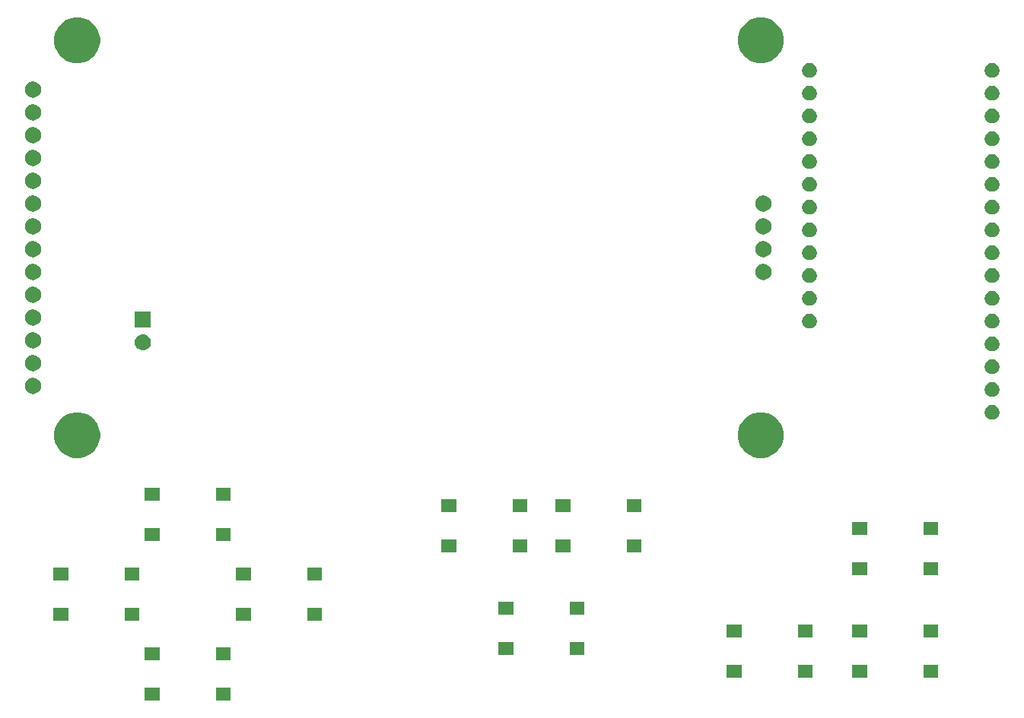
<source format=gbr>
G04 #@! TF.GenerationSoftware,KiCad,Pcbnew,(5.1.0)-1*
G04 #@! TF.CreationDate,2019-05-06T19:17:54+02:00*
G04 #@! TF.ProjectId,NesEMU,4e657345-4d55-42e6-9b69-6361645f7063,rev?*
G04 #@! TF.SameCoordinates,Original*
G04 #@! TF.FileFunction,Soldermask,Top*
G04 #@! TF.FilePolarity,Negative*
%FSLAX46Y46*%
G04 Gerber Fmt 4.6, Leading zero omitted, Abs format (unit mm)*
G04 Created by KiCad (PCBNEW (5.1.0)-1) date 2019-05-06 19:17:54*
%MOMM*%
%LPD*%
G04 APERTURE LIST*
%ADD10C,0.100000*%
G04 APERTURE END LIST*
D10*
G36*
X101321000Y-137571000D02*
G01*
X99669000Y-137571000D01*
X99669000Y-136169000D01*
X101321000Y-136169000D01*
X101321000Y-137571000D01*
X101321000Y-137571000D01*
G37*
G36*
X93371000Y-137571000D02*
G01*
X91719000Y-137571000D01*
X91719000Y-136169000D01*
X93371000Y-136169000D01*
X93371000Y-137571000D01*
X93371000Y-137571000D01*
G37*
G36*
X180061000Y-135031000D02*
G01*
X178409000Y-135031000D01*
X178409000Y-133629000D01*
X180061000Y-133629000D01*
X180061000Y-135031000D01*
X180061000Y-135031000D01*
G37*
G36*
X158141000Y-135031000D02*
G01*
X156489000Y-135031000D01*
X156489000Y-133629000D01*
X158141000Y-133629000D01*
X158141000Y-135031000D01*
X158141000Y-135031000D01*
G37*
G36*
X166091000Y-135031000D02*
G01*
X164439000Y-135031000D01*
X164439000Y-133629000D01*
X166091000Y-133629000D01*
X166091000Y-135031000D01*
X166091000Y-135031000D01*
G37*
G36*
X172111000Y-135031000D02*
G01*
X170459000Y-135031000D01*
X170459000Y-133629000D01*
X172111000Y-133629000D01*
X172111000Y-135031000D01*
X172111000Y-135031000D01*
G37*
G36*
X93371000Y-133071000D02*
G01*
X91719000Y-133071000D01*
X91719000Y-131669000D01*
X93371000Y-131669000D01*
X93371000Y-133071000D01*
X93371000Y-133071000D01*
G37*
G36*
X101321000Y-133071000D02*
G01*
X99669000Y-133071000D01*
X99669000Y-131669000D01*
X101321000Y-131669000D01*
X101321000Y-133071000D01*
X101321000Y-133071000D01*
G37*
G36*
X140691000Y-132491000D02*
G01*
X139039000Y-132491000D01*
X139039000Y-131089000D01*
X140691000Y-131089000D01*
X140691000Y-132491000D01*
X140691000Y-132491000D01*
G37*
G36*
X132741000Y-132491000D02*
G01*
X131089000Y-132491000D01*
X131089000Y-131089000D01*
X132741000Y-131089000D01*
X132741000Y-132491000D01*
X132741000Y-132491000D01*
G37*
G36*
X166091000Y-130531000D02*
G01*
X164439000Y-130531000D01*
X164439000Y-129129000D01*
X166091000Y-129129000D01*
X166091000Y-130531000D01*
X166091000Y-130531000D01*
G37*
G36*
X180061000Y-130531000D02*
G01*
X178409000Y-130531000D01*
X178409000Y-129129000D01*
X180061000Y-129129000D01*
X180061000Y-130531000D01*
X180061000Y-130531000D01*
G37*
G36*
X172111000Y-130531000D02*
G01*
X170459000Y-130531000D01*
X170459000Y-129129000D01*
X172111000Y-129129000D01*
X172111000Y-130531000D01*
X172111000Y-130531000D01*
G37*
G36*
X158141000Y-130531000D02*
G01*
X156489000Y-130531000D01*
X156489000Y-129129000D01*
X158141000Y-129129000D01*
X158141000Y-130531000D01*
X158141000Y-130531000D01*
G37*
G36*
X91161000Y-128681000D02*
G01*
X89509000Y-128681000D01*
X89509000Y-127279000D01*
X91161000Y-127279000D01*
X91161000Y-128681000D01*
X91161000Y-128681000D01*
G37*
G36*
X103531000Y-128681000D02*
G01*
X101879000Y-128681000D01*
X101879000Y-127279000D01*
X103531000Y-127279000D01*
X103531000Y-128681000D01*
X103531000Y-128681000D01*
G37*
G36*
X111481000Y-128681000D02*
G01*
X109829000Y-128681000D01*
X109829000Y-127279000D01*
X111481000Y-127279000D01*
X111481000Y-128681000D01*
X111481000Y-128681000D01*
G37*
G36*
X83211000Y-128681000D02*
G01*
X81559000Y-128681000D01*
X81559000Y-127279000D01*
X83211000Y-127279000D01*
X83211000Y-128681000D01*
X83211000Y-128681000D01*
G37*
G36*
X140691000Y-127991000D02*
G01*
X139039000Y-127991000D01*
X139039000Y-126589000D01*
X140691000Y-126589000D01*
X140691000Y-127991000D01*
X140691000Y-127991000D01*
G37*
G36*
X132741000Y-127991000D02*
G01*
X131089000Y-127991000D01*
X131089000Y-126589000D01*
X132741000Y-126589000D01*
X132741000Y-127991000D01*
X132741000Y-127991000D01*
G37*
G36*
X83211000Y-124181000D02*
G01*
X81559000Y-124181000D01*
X81559000Y-122779000D01*
X83211000Y-122779000D01*
X83211000Y-124181000D01*
X83211000Y-124181000D01*
G37*
G36*
X103531000Y-124181000D02*
G01*
X101879000Y-124181000D01*
X101879000Y-122779000D01*
X103531000Y-122779000D01*
X103531000Y-124181000D01*
X103531000Y-124181000D01*
G37*
G36*
X111481000Y-124181000D02*
G01*
X109829000Y-124181000D01*
X109829000Y-122779000D01*
X111481000Y-122779000D01*
X111481000Y-124181000D01*
X111481000Y-124181000D01*
G37*
G36*
X91161000Y-124181000D02*
G01*
X89509000Y-124181000D01*
X89509000Y-122779000D01*
X91161000Y-122779000D01*
X91161000Y-124181000D01*
X91161000Y-124181000D01*
G37*
G36*
X172111000Y-123601000D02*
G01*
X170459000Y-123601000D01*
X170459000Y-122199000D01*
X172111000Y-122199000D01*
X172111000Y-123601000D01*
X172111000Y-123601000D01*
G37*
G36*
X180061000Y-123601000D02*
G01*
X178409000Y-123601000D01*
X178409000Y-122199000D01*
X180061000Y-122199000D01*
X180061000Y-123601000D01*
X180061000Y-123601000D01*
G37*
G36*
X139091000Y-121061000D02*
G01*
X137439000Y-121061000D01*
X137439000Y-119659000D01*
X139091000Y-119659000D01*
X139091000Y-121061000D01*
X139091000Y-121061000D01*
G37*
G36*
X134341000Y-121061000D02*
G01*
X132689000Y-121061000D01*
X132689000Y-119659000D01*
X134341000Y-119659000D01*
X134341000Y-121061000D01*
X134341000Y-121061000D01*
G37*
G36*
X126391000Y-121061000D02*
G01*
X124739000Y-121061000D01*
X124739000Y-119659000D01*
X126391000Y-119659000D01*
X126391000Y-121061000D01*
X126391000Y-121061000D01*
G37*
G36*
X147041000Y-121061000D02*
G01*
X145389000Y-121061000D01*
X145389000Y-119659000D01*
X147041000Y-119659000D01*
X147041000Y-121061000D01*
X147041000Y-121061000D01*
G37*
G36*
X101321000Y-119791000D02*
G01*
X99669000Y-119791000D01*
X99669000Y-118389000D01*
X101321000Y-118389000D01*
X101321000Y-119791000D01*
X101321000Y-119791000D01*
G37*
G36*
X93371000Y-119791000D02*
G01*
X91719000Y-119791000D01*
X91719000Y-118389000D01*
X93371000Y-118389000D01*
X93371000Y-119791000D01*
X93371000Y-119791000D01*
G37*
G36*
X172111000Y-119101000D02*
G01*
X170459000Y-119101000D01*
X170459000Y-117699000D01*
X172111000Y-117699000D01*
X172111000Y-119101000D01*
X172111000Y-119101000D01*
G37*
G36*
X180061000Y-119101000D02*
G01*
X178409000Y-119101000D01*
X178409000Y-117699000D01*
X180061000Y-117699000D01*
X180061000Y-119101000D01*
X180061000Y-119101000D01*
G37*
G36*
X139091000Y-116561000D02*
G01*
X137439000Y-116561000D01*
X137439000Y-115159000D01*
X139091000Y-115159000D01*
X139091000Y-116561000D01*
X139091000Y-116561000D01*
G37*
G36*
X147041000Y-116561000D02*
G01*
X145389000Y-116561000D01*
X145389000Y-115159000D01*
X147041000Y-115159000D01*
X147041000Y-116561000D01*
X147041000Y-116561000D01*
G37*
G36*
X134341000Y-116561000D02*
G01*
X132689000Y-116561000D01*
X132689000Y-115159000D01*
X134341000Y-115159000D01*
X134341000Y-116561000D01*
X134341000Y-116561000D01*
G37*
G36*
X126391000Y-116561000D02*
G01*
X124739000Y-116561000D01*
X124739000Y-115159000D01*
X126391000Y-115159000D01*
X126391000Y-116561000D01*
X126391000Y-116561000D01*
G37*
G36*
X93371000Y-115291000D02*
G01*
X91719000Y-115291000D01*
X91719000Y-113889000D01*
X93371000Y-113889000D01*
X93371000Y-115291000D01*
X93371000Y-115291000D01*
G37*
G36*
X101321000Y-115291000D02*
G01*
X99669000Y-115291000D01*
X99669000Y-113889000D01*
X101321000Y-113889000D01*
X101321000Y-115291000D01*
X101321000Y-115291000D01*
G37*
G36*
X84955099Y-105556634D02*
G01*
X85293355Y-105696744D01*
X85419353Y-105748934D01*
X85837169Y-106028110D01*
X86192492Y-106383433D01*
X86471668Y-106801249D01*
X86471669Y-106801251D01*
X86663968Y-107265503D01*
X86762001Y-107758348D01*
X86762001Y-108260854D01*
X86663968Y-108753699D01*
X86471669Y-109217951D01*
X86471668Y-109217953D01*
X86192492Y-109635769D01*
X85837169Y-109991092D01*
X85419353Y-110270268D01*
X85419352Y-110270269D01*
X85419351Y-110270269D01*
X84955099Y-110462568D01*
X84462254Y-110560601D01*
X83959748Y-110560601D01*
X83466903Y-110462568D01*
X83002651Y-110270269D01*
X83002650Y-110270269D01*
X83002649Y-110270268D01*
X82584833Y-109991092D01*
X82229510Y-109635769D01*
X81950334Y-109217953D01*
X81950333Y-109217951D01*
X81758034Y-108753699D01*
X81660001Y-108260854D01*
X81660001Y-107758348D01*
X81758034Y-107265503D01*
X81950333Y-106801251D01*
X81950334Y-106801249D01*
X82229510Y-106383433D01*
X82584833Y-106028110D01*
X83002649Y-105748934D01*
X83128647Y-105696744D01*
X83466903Y-105556634D01*
X83959748Y-105458601D01*
X84462254Y-105458601D01*
X84955099Y-105556634D01*
X84955099Y-105556634D01*
G37*
G36*
X161035099Y-105556634D02*
G01*
X161373355Y-105696744D01*
X161499353Y-105748934D01*
X161917169Y-106028110D01*
X162272492Y-106383433D01*
X162551668Y-106801249D01*
X162551669Y-106801251D01*
X162743968Y-107265503D01*
X162842001Y-107758348D01*
X162842001Y-108260854D01*
X162743968Y-108753699D01*
X162551669Y-109217951D01*
X162551668Y-109217953D01*
X162272492Y-109635769D01*
X161917169Y-109991092D01*
X161499353Y-110270268D01*
X161499352Y-110270269D01*
X161499351Y-110270269D01*
X161035099Y-110462568D01*
X160542254Y-110560601D01*
X160039748Y-110560601D01*
X159546903Y-110462568D01*
X159082651Y-110270269D01*
X159082650Y-110270269D01*
X159082649Y-110270268D01*
X158664833Y-109991092D01*
X158309510Y-109635769D01*
X158030334Y-109217953D01*
X158030333Y-109217951D01*
X157838034Y-108753699D01*
X157740001Y-108260854D01*
X157740001Y-107758348D01*
X157838034Y-107265503D01*
X158030333Y-106801251D01*
X158030334Y-106801249D01*
X158309510Y-106383433D01*
X158664833Y-106028110D01*
X159082649Y-105748934D01*
X159208647Y-105696744D01*
X159546903Y-105556634D01*
X160039748Y-105458601D01*
X160542254Y-105458601D01*
X161035099Y-105556634D01*
X161035099Y-105556634D01*
G37*
G36*
X186268143Y-104677843D02*
G01*
X186416102Y-104739130D01*
X186549256Y-104828100D01*
X186662502Y-104941346D01*
X186751472Y-105074500D01*
X186812759Y-105222459D01*
X186844001Y-105379526D01*
X186844001Y-105539676D01*
X186812759Y-105696743D01*
X186751472Y-105844702D01*
X186662502Y-105977856D01*
X186549256Y-106091102D01*
X186416102Y-106180072D01*
X186268143Y-106241359D01*
X186111076Y-106272601D01*
X185950926Y-106272601D01*
X185793859Y-106241359D01*
X185645900Y-106180072D01*
X185512746Y-106091102D01*
X185399500Y-105977856D01*
X185310530Y-105844702D01*
X185249243Y-105696743D01*
X185218001Y-105539676D01*
X185218001Y-105379526D01*
X185249243Y-105222459D01*
X185310530Y-105074500D01*
X185399500Y-104941346D01*
X185512746Y-104828100D01*
X185645900Y-104739130D01*
X185793859Y-104677843D01*
X185950926Y-104646601D01*
X186111076Y-104646601D01*
X186268143Y-104677843D01*
X186268143Y-104677843D01*
G37*
G36*
X186268143Y-102137843D02*
G01*
X186416102Y-102199130D01*
X186549256Y-102288100D01*
X186662502Y-102401346D01*
X186751472Y-102534500D01*
X186812759Y-102682459D01*
X186844001Y-102839526D01*
X186844001Y-102999676D01*
X186812759Y-103156743D01*
X186751472Y-103304702D01*
X186662502Y-103437856D01*
X186549256Y-103551102D01*
X186416102Y-103640072D01*
X186268143Y-103701359D01*
X186111076Y-103732601D01*
X185950926Y-103732601D01*
X185793859Y-103701359D01*
X185645900Y-103640072D01*
X185512746Y-103551102D01*
X185399500Y-103437856D01*
X185310530Y-103304702D01*
X185249243Y-103156743D01*
X185218001Y-102999676D01*
X185218001Y-102839526D01*
X185249243Y-102682459D01*
X185310530Y-102534500D01*
X185399500Y-102401346D01*
X185512746Y-102288100D01*
X185645900Y-102199130D01*
X185793859Y-102137843D01*
X185950926Y-102106601D01*
X186111076Y-102106601D01*
X186268143Y-102137843D01*
X186268143Y-102137843D01*
G37*
G36*
X79404513Y-101623528D02*
G01*
X79553813Y-101653225D01*
X79717785Y-101721145D01*
X79865355Y-101819748D01*
X79990854Y-101945247D01*
X80089457Y-102092817D01*
X80157377Y-102256789D01*
X80192001Y-102430860D01*
X80192001Y-102608342D01*
X80157377Y-102782413D01*
X80089457Y-102946385D01*
X79990854Y-103093955D01*
X79865355Y-103219454D01*
X79717785Y-103318057D01*
X79553813Y-103385977D01*
X79404513Y-103415674D01*
X79379743Y-103420601D01*
X79202259Y-103420601D01*
X79177489Y-103415674D01*
X79028189Y-103385977D01*
X78864217Y-103318057D01*
X78716647Y-103219454D01*
X78591148Y-103093955D01*
X78492545Y-102946385D01*
X78424625Y-102782413D01*
X78390001Y-102608342D01*
X78390001Y-102430860D01*
X78424625Y-102256789D01*
X78492545Y-102092817D01*
X78591148Y-101945247D01*
X78716647Y-101819748D01*
X78864217Y-101721145D01*
X79028189Y-101653225D01*
X79177489Y-101623528D01*
X79202259Y-101618601D01*
X79379743Y-101618601D01*
X79404513Y-101623528D01*
X79404513Y-101623528D01*
G37*
G36*
X186268143Y-99597843D02*
G01*
X186416102Y-99659130D01*
X186549256Y-99748100D01*
X186662502Y-99861346D01*
X186751472Y-99994500D01*
X186812759Y-100142459D01*
X186844001Y-100299526D01*
X186844001Y-100459676D01*
X186812759Y-100616743D01*
X186751472Y-100764702D01*
X186662502Y-100897856D01*
X186549256Y-101011102D01*
X186416102Y-101100072D01*
X186268143Y-101161359D01*
X186111076Y-101192601D01*
X185950926Y-101192601D01*
X185793859Y-101161359D01*
X185645900Y-101100072D01*
X185512746Y-101011102D01*
X185399500Y-100897856D01*
X185310530Y-100764702D01*
X185249243Y-100616743D01*
X185218001Y-100459676D01*
X185218001Y-100299526D01*
X185249243Y-100142459D01*
X185310530Y-99994500D01*
X185399500Y-99861346D01*
X185512746Y-99748100D01*
X185645900Y-99659130D01*
X185793859Y-99597843D01*
X185950926Y-99566601D01*
X186111076Y-99566601D01*
X186268143Y-99597843D01*
X186268143Y-99597843D01*
G37*
G36*
X79404513Y-99083528D02*
G01*
X79553813Y-99113225D01*
X79717785Y-99181145D01*
X79865355Y-99279748D01*
X79990854Y-99405247D01*
X80089457Y-99552817D01*
X80157377Y-99716789D01*
X80192001Y-99890860D01*
X80192001Y-100068342D01*
X80157377Y-100242413D01*
X80089457Y-100406385D01*
X79990854Y-100553955D01*
X79865355Y-100679454D01*
X79717785Y-100778057D01*
X79553813Y-100845977D01*
X79404513Y-100875674D01*
X79379743Y-100880601D01*
X79202259Y-100880601D01*
X79177489Y-100875674D01*
X79028189Y-100845977D01*
X78864217Y-100778057D01*
X78716647Y-100679454D01*
X78591148Y-100553955D01*
X78492545Y-100406385D01*
X78424625Y-100242413D01*
X78390001Y-100068342D01*
X78390001Y-99890860D01*
X78424625Y-99716789D01*
X78492545Y-99552817D01*
X78591148Y-99405247D01*
X78716647Y-99279748D01*
X78864217Y-99181145D01*
X79028189Y-99113225D01*
X79177489Y-99083528D01*
X79202259Y-99078601D01*
X79379743Y-99078601D01*
X79404513Y-99083528D01*
X79404513Y-99083528D01*
G37*
G36*
X186268143Y-97057843D02*
G01*
X186416102Y-97119130D01*
X186549256Y-97208100D01*
X186662502Y-97321346D01*
X186751472Y-97454500D01*
X186812759Y-97602459D01*
X186844001Y-97759526D01*
X186844001Y-97919676D01*
X186812759Y-98076743D01*
X186751472Y-98224702D01*
X186662502Y-98357856D01*
X186549256Y-98471102D01*
X186416102Y-98560072D01*
X186268143Y-98621359D01*
X186111076Y-98652601D01*
X185950926Y-98652601D01*
X185793859Y-98621359D01*
X185645900Y-98560072D01*
X185512746Y-98471102D01*
X185399500Y-98357856D01*
X185310530Y-98224702D01*
X185249243Y-98076743D01*
X185218001Y-97919676D01*
X185218001Y-97759526D01*
X185249243Y-97602459D01*
X185310530Y-97454500D01*
X185399500Y-97321346D01*
X185512746Y-97208100D01*
X185645900Y-97119130D01*
X185793859Y-97057843D01*
X185950926Y-97026601D01*
X186111076Y-97026601D01*
X186268143Y-97057843D01*
X186268143Y-97057843D01*
G37*
G36*
X91626642Y-96768518D02*
G01*
X91692827Y-96775037D01*
X91862666Y-96826557D01*
X92019191Y-96910222D01*
X92054929Y-96939552D01*
X92156386Y-97022814D01*
X92235429Y-97119130D01*
X92268978Y-97160009D01*
X92352643Y-97316534D01*
X92404163Y-97486373D01*
X92421559Y-97663000D01*
X92404163Y-97839627D01*
X92352643Y-98009466D01*
X92268978Y-98165991D01*
X92239648Y-98201729D01*
X92156386Y-98303186D01*
X92054929Y-98386448D01*
X92019191Y-98415778D01*
X91862666Y-98499443D01*
X91692827Y-98550963D01*
X91626642Y-98557482D01*
X91560460Y-98564000D01*
X91471940Y-98564000D01*
X91405758Y-98557482D01*
X91339573Y-98550963D01*
X91169734Y-98499443D01*
X91013209Y-98415778D01*
X90977471Y-98386448D01*
X90876014Y-98303186D01*
X90792752Y-98201729D01*
X90763422Y-98165991D01*
X90679757Y-98009466D01*
X90628237Y-97839627D01*
X90610841Y-97663000D01*
X90628237Y-97486373D01*
X90679757Y-97316534D01*
X90763422Y-97160009D01*
X90796971Y-97119130D01*
X90876014Y-97022814D01*
X90977471Y-96939552D01*
X91013209Y-96910222D01*
X91169734Y-96826557D01*
X91339573Y-96775037D01*
X91405758Y-96768518D01*
X91471940Y-96762000D01*
X91560460Y-96762000D01*
X91626642Y-96768518D01*
X91626642Y-96768518D01*
G37*
G36*
X79404513Y-96543528D02*
G01*
X79553813Y-96573225D01*
X79717785Y-96641145D01*
X79865355Y-96739748D01*
X79990854Y-96865247D01*
X80089457Y-97012817D01*
X80157377Y-97176789D01*
X80192001Y-97350860D01*
X80192001Y-97528342D01*
X80157377Y-97702413D01*
X80089457Y-97866385D01*
X79990854Y-98013955D01*
X79865355Y-98139454D01*
X79717785Y-98238057D01*
X79553813Y-98305977D01*
X79404513Y-98335674D01*
X79379743Y-98340601D01*
X79202259Y-98340601D01*
X79177489Y-98335674D01*
X79028189Y-98305977D01*
X78864217Y-98238057D01*
X78716647Y-98139454D01*
X78591148Y-98013955D01*
X78492545Y-97866385D01*
X78424625Y-97702413D01*
X78390001Y-97528342D01*
X78390001Y-97350860D01*
X78424625Y-97176789D01*
X78492545Y-97012817D01*
X78591148Y-96865247D01*
X78716647Y-96739748D01*
X78864217Y-96641145D01*
X79028189Y-96573225D01*
X79177489Y-96543528D01*
X79202259Y-96538601D01*
X79379743Y-96538601D01*
X79404513Y-96543528D01*
X79404513Y-96543528D01*
G37*
G36*
X186268143Y-94517843D02*
G01*
X186416102Y-94579130D01*
X186549256Y-94668100D01*
X186662502Y-94781346D01*
X186751472Y-94914500D01*
X186812759Y-95062459D01*
X186844001Y-95219526D01*
X186844001Y-95379676D01*
X186812759Y-95536743D01*
X186751472Y-95684702D01*
X186662502Y-95817856D01*
X186549256Y-95931102D01*
X186416102Y-96020072D01*
X186268143Y-96081359D01*
X186111076Y-96112601D01*
X185950926Y-96112601D01*
X185793859Y-96081359D01*
X185645900Y-96020072D01*
X185512746Y-95931102D01*
X185399500Y-95817856D01*
X185310530Y-95684702D01*
X185249243Y-95536743D01*
X185218001Y-95379676D01*
X185218001Y-95219526D01*
X185249243Y-95062459D01*
X185310530Y-94914500D01*
X185399500Y-94781346D01*
X185512746Y-94668100D01*
X185645900Y-94579130D01*
X185793859Y-94517843D01*
X185950926Y-94486601D01*
X186111076Y-94486601D01*
X186268143Y-94517843D01*
X186268143Y-94517843D01*
G37*
G36*
X165948143Y-94517843D02*
G01*
X166096102Y-94579130D01*
X166229256Y-94668100D01*
X166342502Y-94781346D01*
X166431472Y-94914500D01*
X166492759Y-95062459D01*
X166524001Y-95219526D01*
X166524001Y-95379676D01*
X166492759Y-95536743D01*
X166431472Y-95684702D01*
X166342502Y-95817856D01*
X166229256Y-95931102D01*
X166096102Y-96020072D01*
X165948143Y-96081359D01*
X165791076Y-96112601D01*
X165630926Y-96112601D01*
X165473859Y-96081359D01*
X165325900Y-96020072D01*
X165192746Y-95931102D01*
X165079500Y-95817856D01*
X164990530Y-95684702D01*
X164929243Y-95536743D01*
X164898001Y-95379676D01*
X164898001Y-95219526D01*
X164929243Y-95062459D01*
X164990530Y-94914500D01*
X165079500Y-94781346D01*
X165192746Y-94668100D01*
X165325900Y-94579130D01*
X165473859Y-94517843D01*
X165630926Y-94486601D01*
X165791076Y-94486601D01*
X165948143Y-94517843D01*
X165948143Y-94517843D01*
G37*
G36*
X92417200Y-96024000D02*
G01*
X90615200Y-96024000D01*
X90615200Y-94222000D01*
X92417200Y-94222000D01*
X92417200Y-96024000D01*
X92417200Y-96024000D01*
G37*
G36*
X79404513Y-94003528D02*
G01*
X79553813Y-94033225D01*
X79717785Y-94101145D01*
X79865355Y-94199748D01*
X79990854Y-94325247D01*
X80089457Y-94472817D01*
X80157377Y-94636789D01*
X80192001Y-94810860D01*
X80192001Y-94988342D01*
X80157377Y-95162413D01*
X80089457Y-95326385D01*
X79990854Y-95473955D01*
X79865355Y-95599454D01*
X79717785Y-95698057D01*
X79553813Y-95765977D01*
X79404513Y-95795674D01*
X79379743Y-95800601D01*
X79202259Y-95800601D01*
X79177489Y-95795674D01*
X79028189Y-95765977D01*
X78864217Y-95698057D01*
X78716647Y-95599454D01*
X78591148Y-95473955D01*
X78492545Y-95326385D01*
X78424625Y-95162413D01*
X78390001Y-94988342D01*
X78390001Y-94810860D01*
X78424625Y-94636789D01*
X78492545Y-94472817D01*
X78591148Y-94325247D01*
X78716647Y-94199748D01*
X78864217Y-94101145D01*
X79028189Y-94033225D01*
X79177489Y-94003528D01*
X79202259Y-93998601D01*
X79379743Y-93998601D01*
X79404513Y-94003528D01*
X79404513Y-94003528D01*
G37*
G36*
X165948143Y-91977843D02*
G01*
X166096102Y-92039130D01*
X166229256Y-92128100D01*
X166342502Y-92241346D01*
X166431472Y-92374500D01*
X166492759Y-92522459D01*
X166524001Y-92679526D01*
X166524001Y-92839676D01*
X166492759Y-92996743D01*
X166431472Y-93144702D01*
X166342502Y-93277856D01*
X166229256Y-93391102D01*
X166096102Y-93480072D01*
X165948143Y-93541359D01*
X165791076Y-93572601D01*
X165630926Y-93572601D01*
X165473859Y-93541359D01*
X165325900Y-93480072D01*
X165192746Y-93391102D01*
X165079500Y-93277856D01*
X164990530Y-93144702D01*
X164929243Y-92996743D01*
X164898001Y-92839676D01*
X164898001Y-92679526D01*
X164929243Y-92522459D01*
X164990530Y-92374500D01*
X165079500Y-92241346D01*
X165192746Y-92128100D01*
X165325900Y-92039130D01*
X165473859Y-91977843D01*
X165630926Y-91946601D01*
X165791076Y-91946601D01*
X165948143Y-91977843D01*
X165948143Y-91977843D01*
G37*
G36*
X186268143Y-91977843D02*
G01*
X186416102Y-92039130D01*
X186549256Y-92128100D01*
X186662502Y-92241346D01*
X186751472Y-92374500D01*
X186812759Y-92522459D01*
X186844001Y-92679526D01*
X186844001Y-92839676D01*
X186812759Y-92996743D01*
X186751472Y-93144702D01*
X186662502Y-93277856D01*
X186549256Y-93391102D01*
X186416102Y-93480072D01*
X186268143Y-93541359D01*
X186111076Y-93572601D01*
X185950926Y-93572601D01*
X185793859Y-93541359D01*
X185645900Y-93480072D01*
X185512746Y-93391102D01*
X185399500Y-93277856D01*
X185310530Y-93144702D01*
X185249243Y-92996743D01*
X185218001Y-92839676D01*
X185218001Y-92679526D01*
X185249243Y-92522459D01*
X185310530Y-92374500D01*
X185399500Y-92241346D01*
X185512746Y-92128100D01*
X185645900Y-92039130D01*
X185793859Y-91977843D01*
X185950926Y-91946601D01*
X186111076Y-91946601D01*
X186268143Y-91977843D01*
X186268143Y-91977843D01*
G37*
G36*
X79404513Y-91463528D02*
G01*
X79553813Y-91493225D01*
X79717785Y-91561145D01*
X79865355Y-91659748D01*
X79990854Y-91785247D01*
X80089457Y-91932817D01*
X80157377Y-92096789D01*
X80192001Y-92270860D01*
X80192001Y-92448342D01*
X80157377Y-92622413D01*
X80089457Y-92786385D01*
X79990854Y-92933955D01*
X79865355Y-93059454D01*
X79717785Y-93158057D01*
X79553813Y-93225977D01*
X79404513Y-93255674D01*
X79379743Y-93260601D01*
X79202259Y-93260601D01*
X79177489Y-93255674D01*
X79028189Y-93225977D01*
X78864217Y-93158057D01*
X78716647Y-93059454D01*
X78591148Y-92933955D01*
X78492545Y-92786385D01*
X78424625Y-92622413D01*
X78390001Y-92448342D01*
X78390001Y-92270860D01*
X78424625Y-92096789D01*
X78492545Y-91932817D01*
X78591148Y-91785247D01*
X78716647Y-91659748D01*
X78864217Y-91561145D01*
X79028189Y-91493225D01*
X79177489Y-91463528D01*
X79202259Y-91458601D01*
X79379743Y-91458601D01*
X79404513Y-91463528D01*
X79404513Y-91463528D01*
G37*
G36*
X165948143Y-89437843D02*
G01*
X166096102Y-89499130D01*
X166229256Y-89588100D01*
X166342502Y-89701346D01*
X166431472Y-89834500D01*
X166492759Y-89982459D01*
X166524001Y-90139526D01*
X166524001Y-90299676D01*
X166492759Y-90456743D01*
X166431472Y-90604702D01*
X166342502Y-90737856D01*
X166229256Y-90851102D01*
X166096102Y-90940072D01*
X165948143Y-91001359D01*
X165791076Y-91032601D01*
X165630926Y-91032601D01*
X165473859Y-91001359D01*
X165325900Y-90940072D01*
X165192746Y-90851102D01*
X165079500Y-90737856D01*
X164990530Y-90604702D01*
X164929243Y-90456743D01*
X164898001Y-90299676D01*
X164898001Y-90139526D01*
X164929243Y-89982459D01*
X164990530Y-89834500D01*
X165079500Y-89701346D01*
X165192746Y-89588100D01*
X165325900Y-89499130D01*
X165473859Y-89437843D01*
X165630926Y-89406601D01*
X165791076Y-89406601D01*
X165948143Y-89437843D01*
X165948143Y-89437843D01*
G37*
G36*
X186268143Y-89437843D02*
G01*
X186416102Y-89499130D01*
X186549256Y-89588100D01*
X186662502Y-89701346D01*
X186751472Y-89834500D01*
X186812759Y-89982459D01*
X186844001Y-90139526D01*
X186844001Y-90299676D01*
X186812759Y-90456743D01*
X186751472Y-90604702D01*
X186662502Y-90737856D01*
X186549256Y-90851102D01*
X186416102Y-90940072D01*
X186268143Y-91001359D01*
X186111076Y-91032601D01*
X185950926Y-91032601D01*
X185793859Y-91001359D01*
X185645900Y-90940072D01*
X185512746Y-90851102D01*
X185399500Y-90737856D01*
X185310530Y-90604702D01*
X185249243Y-90456743D01*
X185218001Y-90299676D01*
X185218001Y-90139526D01*
X185249243Y-89982459D01*
X185310530Y-89834500D01*
X185399500Y-89701346D01*
X185512746Y-89588100D01*
X185645900Y-89499130D01*
X185793859Y-89437843D01*
X185950926Y-89406601D01*
X186111076Y-89406601D01*
X186268143Y-89437843D01*
X186268143Y-89437843D01*
G37*
G36*
X160684513Y-88923528D02*
G01*
X160833813Y-88953225D01*
X160997785Y-89021145D01*
X161145355Y-89119748D01*
X161270854Y-89245247D01*
X161369457Y-89392817D01*
X161437377Y-89556789D01*
X161472001Y-89730860D01*
X161472001Y-89908342D01*
X161437377Y-90082413D01*
X161369457Y-90246385D01*
X161270854Y-90393955D01*
X161145355Y-90519454D01*
X160997785Y-90618057D01*
X160833813Y-90685977D01*
X160684513Y-90715674D01*
X160659743Y-90720601D01*
X160482259Y-90720601D01*
X160457489Y-90715674D01*
X160308189Y-90685977D01*
X160144217Y-90618057D01*
X159996647Y-90519454D01*
X159871148Y-90393955D01*
X159772545Y-90246385D01*
X159704625Y-90082413D01*
X159670001Y-89908342D01*
X159670001Y-89730860D01*
X159704625Y-89556789D01*
X159772545Y-89392817D01*
X159871148Y-89245247D01*
X159996647Y-89119748D01*
X160144217Y-89021145D01*
X160308189Y-88953225D01*
X160457489Y-88923528D01*
X160482259Y-88918601D01*
X160659743Y-88918601D01*
X160684513Y-88923528D01*
X160684513Y-88923528D01*
G37*
G36*
X79404513Y-88923528D02*
G01*
X79553813Y-88953225D01*
X79717785Y-89021145D01*
X79865355Y-89119748D01*
X79990854Y-89245247D01*
X80089457Y-89392817D01*
X80157377Y-89556789D01*
X80192001Y-89730860D01*
X80192001Y-89908342D01*
X80157377Y-90082413D01*
X80089457Y-90246385D01*
X79990854Y-90393955D01*
X79865355Y-90519454D01*
X79717785Y-90618057D01*
X79553813Y-90685977D01*
X79404513Y-90715674D01*
X79379743Y-90720601D01*
X79202259Y-90720601D01*
X79177489Y-90715674D01*
X79028189Y-90685977D01*
X78864217Y-90618057D01*
X78716647Y-90519454D01*
X78591148Y-90393955D01*
X78492545Y-90246385D01*
X78424625Y-90082413D01*
X78390001Y-89908342D01*
X78390001Y-89730860D01*
X78424625Y-89556789D01*
X78492545Y-89392817D01*
X78591148Y-89245247D01*
X78716647Y-89119748D01*
X78864217Y-89021145D01*
X79028189Y-88953225D01*
X79177489Y-88923528D01*
X79202259Y-88918601D01*
X79379743Y-88918601D01*
X79404513Y-88923528D01*
X79404513Y-88923528D01*
G37*
G36*
X186268143Y-86897843D02*
G01*
X186416102Y-86959130D01*
X186549256Y-87048100D01*
X186662502Y-87161346D01*
X186751472Y-87294500D01*
X186812759Y-87442459D01*
X186844001Y-87599526D01*
X186844001Y-87759676D01*
X186812759Y-87916743D01*
X186751472Y-88064702D01*
X186662502Y-88197856D01*
X186549256Y-88311102D01*
X186416102Y-88400072D01*
X186268143Y-88461359D01*
X186111076Y-88492601D01*
X185950926Y-88492601D01*
X185793859Y-88461359D01*
X185645900Y-88400072D01*
X185512746Y-88311102D01*
X185399500Y-88197856D01*
X185310530Y-88064702D01*
X185249243Y-87916743D01*
X185218001Y-87759676D01*
X185218001Y-87599526D01*
X185249243Y-87442459D01*
X185310530Y-87294500D01*
X185399500Y-87161346D01*
X185512746Y-87048100D01*
X185645900Y-86959130D01*
X185793859Y-86897843D01*
X185950926Y-86866601D01*
X186111076Y-86866601D01*
X186268143Y-86897843D01*
X186268143Y-86897843D01*
G37*
G36*
X165948143Y-86897843D02*
G01*
X166096102Y-86959130D01*
X166229256Y-87048100D01*
X166342502Y-87161346D01*
X166431472Y-87294500D01*
X166492759Y-87442459D01*
X166524001Y-87599526D01*
X166524001Y-87759676D01*
X166492759Y-87916743D01*
X166431472Y-88064702D01*
X166342502Y-88197856D01*
X166229256Y-88311102D01*
X166096102Y-88400072D01*
X165948143Y-88461359D01*
X165791076Y-88492601D01*
X165630926Y-88492601D01*
X165473859Y-88461359D01*
X165325900Y-88400072D01*
X165192746Y-88311102D01*
X165079500Y-88197856D01*
X164990530Y-88064702D01*
X164929243Y-87916743D01*
X164898001Y-87759676D01*
X164898001Y-87599526D01*
X164929243Y-87442459D01*
X164990530Y-87294500D01*
X165079500Y-87161346D01*
X165192746Y-87048100D01*
X165325900Y-86959130D01*
X165473859Y-86897843D01*
X165630926Y-86866601D01*
X165791076Y-86866601D01*
X165948143Y-86897843D01*
X165948143Y-86897843D01*
G37*
G36*
X160684513Y-86383528D02*
G01*
X160833813Y-86413225D01*
X160997785Y-86481145D01*
X161145355Y-86579748D01*
X161270854Y-86705247D01*
X161369457Y-86852817D01*
X161437377Y-87016789D01*
X161472001Y-87190860D01*
X161472001Y-87368342D01*
X161437377Y-87542413D01*
X161369457Y-87706385D01*
X161270854Y-87853955D01*
X161145355Y-87979454D01*
X160997785Y-88078057D01*
X160833813Y-88145977D01*
X160684513Y-88175674D01*
X160659743Y-88180601D01*
X160482259Y-88180601D01*
X160457489Y-88175674D01*
X160308189Y-88145977D01*
X160144217Y-88078057D01*
X159996647Y-87979454D01*
X159871148Y-87853955D01*
X159772545Y-87706385D01*
X159704625Y-87542413D01*
X159670001Y-87368342D01*
X159670001Y-87190860D01*
X159704625Y-87016789D01*
X159772545Y-86852817D01*
X159871148Y-86705247D01*
X159996647Y-86579748D01*
X160144217Y-86481145D01*
X160308189Y-86413225D01*
X160457489Y-86383528D01*
X160482259Y-86378601D01*
X160659743Y-86378601D01*
X160684513Y-86383528D01*
X160684513Y-86383528D01*
G37*
G36*
X79404513Y-86383528D02*
G01*
X79553813Y-86413225D01*
X79717785Y-86481145D01*
X79865355Y-86579748D01*
X79990854Y-86705247D01*
X80089457Y-86852817D01*
X80157377Y-87016789D01*
X80192001Y-87190860D01*
X80192001Y-87368342D01*
X80157377Y-87542413D01*
X80089457Y-87706385D01*
X79990854Y-87853955D01*
X79865355Y-87979454D01*
X79717785Y-88078057D01*
X79553813Y-88145977D01*
X79404513Y-88175674D01*
X79379743Y-88180601D01*
X79202259Y-88180601D01*
X79177489Y-88175674D01*
X79028189Y-88145977D01*
X78864217Y-88078057D01*
X78716647Y-87979454D01*
X78591148Y-87853955D01*
X78492545Y-87706385D01*
X78424625Y-87542413D01*
X78390001Y-87368342D01*
X78390001Y-87190860D01*
X78424625Y-87016789D01*
X78492545Y-86852817D01*
X78591148Y-86705247D01*
X78716647Y-86579748D01*
X78864217Y-86481145D01*
X79028189Y-86413225D01*
X79177489Y-86383528D01*
X79202259Y-86378601D01*
X79379743Y-86378601D01*
X79404513Y-86383528D01*
X79404513Y-86383528D01*
G37*
G36*
X186268143Y-84357843D02*
G01*
X186416102Y-84419130D01*
X186549256Y-84508100D01*
X186662502Y-84621346D01*
X186751472Y-84754500D01*
X186812759Y-84902459D01*
X186844001Y-85059526D01*
X186844001Y-85219676D01*
X186812759Y-85376743D01*
X186751472Y-85524702D01*
X186662502Y-85657856D01*
X186549256Y-85771102D01*
X186416102Y-85860072D01*
X186268143Y-85921359D01*
X186111076Y-85952601D01*
X185950926Y-85952601D01*
X185793859Y-85921359D01*
X185645900Y-85860072D01*
X185512746Y-85771102D01*
X185399500Y-85657856D01*
X185310530Y-85524702D01*
X185249243Y-85376743D01*
X185218001Y-85219676D01*
X185218001Y-85059526D01*
X185249243Y-84902459D01*
X185310530Y-84754500D01*
X185399500Y-84621346D01*
X185512746Y-84508100D01*
X185645900Y-84419130D01*
X185793859Y-84357843D01*
X185950926Y-84326601D01*
X186111076Y-84326601D01*
X186268143Y-84357843D01*
X186268143Y-84357843D01*
G37*
G36*
X165948143Y-84357843D02*
G01*
X166096102Y-84419130D01*
X166229256Y-84508100D01*
X166342502Y-84621346D01*
X166431472Y-84754500D01*
X166492759Y-84902459D01*
X166524001Y-85059526D01*
X166524001Y-85219676D01*
X166492759Y-85376743D01*
X166431472Y-85524702D01*
X166342502Y-85657856D01*
X166229256Y-85771102D01*
X166096102Y-85860072D01*
X165948143Y-85921359D01*
X165791076Y-85952601D01*
X165630926Y-85952601D01*
X165473859Y-85921359D01*
X165325900Y-85860072D01*
X165192746Y-85771102D01*
X165079500Y-85657856D01*
X164990530Y-85524702D01*
X164929243Y-85376743D01*
X164898001Y-85219676D01*
X164898001Y-85059526D01*
X164929243Y-84902459D01*
X164990530Y-84754500D01*
X165079500Y-84621346D01*
X165192746Y-84508100D01*
X165325900Y-84419130D01*
X165473859Y-84357843D01*
X165630926Y-84326601D01*
X165791076Y-84326601D01*
X165948143Y-84357843D01*
X165948143Y-84357843D01*
G37*
G36*
X160684513Y-83843528D02*
G01*
X160833813Y-83873225D01*
X160997785Y-83941145D01*
X161145355Y-84039748D01*
X161270854Y-84165247D01*
X161369457Y-84312817D01*
X161437377Y-84476789D01*
X161472001Y-84650860D01*
X161472001Y-84828342D01*
X161437377Y-85002413D01*
X161369457Y-85166385D01*
X161270854Y-85313955D01*
X161145355Y-85439454D01*
X160997785Y-85538057D01*
X160833813Y-85605977D01*
X160684513Y-85635674D01*
X160659743Y-85640601D01*
X160482259Y-85640601D01*
X160457489Y-85635674D01*
X160308189Y-85605977D01*
X160144217Y-85538057D01*
X159996647Y-85439454D01*
X159871148Y-85313955D01*
X159772545Y-85166385D01*
X159704625Y-85002413D01*
X159670001Y-84828342D01*
X159670001Y-84650860D01*
X159704625Y-84476789D01*
X159772545Y-84312817D01*
X159871148Y-84165247D01*
X159996647Y-84039748D01*
X160144217Y-83941145D01*
X160308189Y-83873225D01*
X160457489Y-83843528D01*
X160482259Y-83838601D01*
X160659743Y-83838601D01*
X160684513Y-83843528D01*
X160684513Y-83843528D01*
G37*
G36*
X79404513Y-83843528D02*
G01*
X79553813Y-83873225D01*
X79717785Y-83941145D01*
X79865355Y-84039748D01*
X79990854Y-84165247D01*
X80089457Y-84312817D01*
X80157377Y-84476789D01*
X80192001Y-84650860D01*
X80192001Y-84828342D01*
X80157377Y-85002413D01*
X80089457Y-85166385D01*
X79990854Y-85313955D01*
X79865355Y-85439454D01*
X79717785Y-85538057D01*
X79553813Y-85605977D01*
X79404513Y-85635674D01*
X79379743Y-85640601D01*
X79202259Y-85640601D01*
X79177489Y-85635674D01*
X79028189Y-85605977D01*
X78864217Y-85538057D01*
X78716647Y-85439454D01*
X78591148Y-85313955D01*
X78492545Y-85166385D01*
X78424625Y-85002413D01*
X78390001Y-84828342D01*
X78390001Y-84650860D01*
X78424625Y-84476789D01*
X78492545Y-84312817D01*
X78591148Y-84165247D01*
X78716647Y-84039748D01*
X78864217Y-83941145D01*
X79028189Y-83873225D01*
X79177489Y-83843528D01*
X79202259Y-83838601D01*
X79379743Y-83838601D01*
X79404513Y-83843528D01*
X79404513Y-83843528D01*
G37*
G36*
X186268143Y-81817843D02*
G01*
X186416102Y-81879130D01*
X186549256Y-81968100D01*
X186662502Y-82081346D01*
X186751472Y-82214500D01*
X186812759Y-82362459D01*
X186844001Y-82519526D01*
X186844001Y-82679676D01*
X186812759Y-82836743D01*
X186751472Y-82984702D01*
X186662502Y-83117856D01*
X186549256Y-83231102D01*
X186416102Y-83320072D01*
X186268143Y-83381359D01*
X186111076Y-83412601D01*
X185950926Y-83412601D01*
X185793859Y-83381359D01*
X185645900Y-83320072D01*
X185512746Y-83231102D01*
X185399500Y-83117856D01*
X185310530Y-82984702D01*
X185249243Y-82836743D01*
X185218001Y-82679676D01*
X185218001Y-82519526D01*
X185249243Y-82362459D01*
X185310530Y-82214500D01*
X185399500Y-82081346D01*
X185512746Y-81968100D01*
X185645900Y-81879130D01*
X185793859Y-81817843D01*
X185950926Y-81786601D01*
X186111076Y-81786601D01*
X186268143Y-81817843D01*
X186268143Y-81817843D01*
G37*
G36*
X165948143Y-81817843D02*
G01*
X166096102Y-81879130D01*
X166229256Y-81968100D01*
X166342502Y-82081346D01*
X166431472Y-82214500D01*
X166492759Y-82362459D01*
X166524001Y-82519526D01*
X166524001Y-82679676D01*
X166492759Y-82836743D01*
X166431472Y-82984702D01*
X166342502Y-83117856D01*
X166229256Y-83231102D01*
X166096102Y-83320072D01*
X165948143Y-83381359D01*
X165791076Y-83412601D01*
X165630926Y-83412601D01*
X165473859Y-83381359D01*
X165325900Y-83320072D01*
X165192746Y-83231102D01*
X165079500Y-83117856D01*
X164990530Y-82984702D01*
X164929243Y-82836743D01*
X164898001Y-82679676D01*
X164898001Y-82519526D01*
X164929243Y-82362459D01*
X164990530Y-82214500D01*
X165079500Y-82081346D01*
X165192746Y-81968100D01*
X165325900Y-81879130D01*
X165473859Y-81817843D01*
X165630926Y-81786601D01*
X165791076Y-81786601D01*
X165948143Y-81817843D01*
X165948143Y-81817843D01*
G37*
G36*
X79404513Y-81303528D02*
G01*
X79553813Y-81333225D01*
X79717785Y-81401145D01*
X79865355Y-81499748D01*
X79990854Y-81625247D01*
X80089457Y-81772817D01*
X80157377Y-81936789D01*
X80192001Y-82110860D01*
X80192001Y-82288342D01*
X80157377Y-82462413D01*
X80089457Y-82626385D01*
X79990854Y-82773955D01*
X79865355Y-82899454D01*
X79717785Y-82998057D01*
X79553813Y-83065977D01*
X79404513Y-83095674D01*
X79379743Y-83100601D01*
X79202259Y-83100601D01*
X79177489Y-83095674D01*
X79028189Y-83065977D01*
X78864217Y-82998057D01*
X78716647Y-82899454D01*
X78591148Y-82773955D01*
X78492545Y-82626385D01*
X78424625Y-82462413D01*
X78390001Y-82288342D01*
X78390001Y-82110860D01*
X78424625Y-81936789D01*
X78492545Y-81772817D01*
X78591148Y-81625247D01*
X78716647Y-81499748D01*
X78864217Y-81401145D01*
X79028189Y-81333225D01*
X79177489Y-81303528D01*
X79202259Y-81298601D01*
X79379743Y-81298601D01*
X79404513Y-81303528D01*
X79404513Y-81303528D01*
G37*
G36*
X160684513Y-81303528D02*
G01*
X160833813Y-81333225D01*
X160997785Y-81401145D01*
X161145355Y-81499748D01*
X161270854Y-81625247D01*
X161369457Y-81772817D01*
X161437377Y-81936789D01*
X161472001Y-82110860D01*
X161472001Y-82288342D01*
X161437377Y-82462413D01*
X161369457Y-82626385D01*
X161270854Y-82773955D01*
X161145355Y-82899454D01*
X160997785Y-82998057D01*
X160833813Y-83065977D01*
X160684513Y-83095674D01*
X160659743Y-83100601D01*
X160482259Y-83100601D01*
X160457489Y-83095674D01*
X160308189Y-83065977D01*
X160144217Y-82998057D01*
X159996647Y-82899454D01*
X159871148Y-82773955D01*
X159772545Y-82626385D01*
X159704625Y-82462413D01*
X159670001Y-82288342D01*
X159670001Y-82110860D01*
X159704625Y-81936789D01*
X159772545Y-81772817D01*
X159871148Y-81625247D01*
X159996647Y-81499748D01*
X160144217Y-81401145D01*
X160308189Y-81333225D01*
X160457489Y-81303528D01*
X160482259Y-81298601D01*
X160659743Y-81298601D01*
X160684513Y-81303528D01*
X160684513Y-81303528D01*
G37*
G36*
X186268143Y-79277843D02*
G01*
X186416102Y-79339130D01*
X186549256Y-79428100D01*
X186662502Y-79541346D01*
X186751472Y-79674500D01*
X186812759Y-79822459D01*
X186844001Y-79979526D01*
X186844001Y-80139676D01*
X186812759Y-80296743D01*
X186751472Y-80444702D01*
X186662502Y-80577856D01*
X186549256Y-80691102D01*
X186416102Y-80780072D01*
X186268143Y-80841359D01*
X186111076Y-80872601D01*
X185950926Y-80872601D01*
X185793859Y-80841359D01*
X185645900Y-80780072D01*
X185512746Y-80691102D01*
X185399500Y-80577856D01*
X185310530Y-80444702D01*
X185249243Y-80296743D01*
X185218001Y-80139676D01*
X185218001Y-79979526D01*
X185249243Y-79822459D01*
X185310530Y-79674500D01*
X185399500Y-79541346D01*
X185512746Y-79428100D01*
X185645900Y-79339130D01*
X185793859Y-79277843D01*
X185950926Y-79246601D01*
X186111076Y-79246601D01*
X186268143Y-79277843D01*
X186268143Y-79277843D01*
G37*
G36*
X165948143Y-79277843D02*
G01*
X166096102Y-79339130D01*
X166229256Y-79428100D01*
X166342502Y-79541346D01*
X166431472Y-79674500D01*
X166492759Y-79822459D01*
X166524001Y-79979526D01*
X166524001Y-80139676D01*
X166492759Y-80296743D01*
X166431472Y-80444702D01*
X166342502Y-80577856D01*
X166229256Y-80691102D01*
X166096102Y-80780072D01*
X165948143Y-80841359D01*
X165791076Y-80872601D01*
X165630926Y-80872601D01*
X165473859Y-80841359D01*
X165325900Y-80780072D01*
X165192746Y-80691102D01*
X165079500Y-80577856D01*
X164990530Y-80444702D01*
X164929243Y-80296743D01*
X164898001Y-80139676D01*
X164898001Y-79979526D01*
X164929243Y-79822459D01*
X164990530Y-79674500D01*
X165079500Y-79541346D01*
X165192746Y-79428100D01*
X165325900Y-79339130D01*
X165473859Y-79277843D01*
X165630926Y-79246601D01*
X165791076Y-79246601D01*
X165948143Y-79277843D01*
X165948143Y-79277843D01*
G37*
G36*
X79404513Y-78763528D02*
G01*
X79553813Y-78793225D01*
X79717785Y-78861145D01*
X79865355Y-78959748D01*
X79990854Y-79085247D01*
X80089457Y-79232817D01*
X80157377Y-79396789D01*
X80192001Y-79570860D01*
X80192001Y-79748342D01*
X80157377Y-79922413D01*
X80089457Y-80086385D01*
X79990854Y-80233955D01*
X79865355Y-80359454D01*
X79717785Y-80458057D01*
X79553813Y-80525977D01*
X79404513Y-80555674D01*
X79379743Y-80560601D01*
X79202259Y-80560601D01*
X79177489Y-80555674D01*
X79028189Y-80525977D01*
X78864217Y-80458057D01*
X78716647Y-80359454D01*
X78591148Y-80233955D01*
X78492545Y-80086385D01*
X78424625Y-79922413D01*
X78390001Y-79748342D01*
X78390001Y-79570860D01*
X78424625Y-79396789D01*
X78492545Y-79232817D01*
X78591148Y-79085247D01*
X78716647Y-78959748D01*
X78864217Y-78861145D01*
X79028189Y-78793225D01*
X79177489Y-78763528D01*
X79202259Y-78758601D01*
X79379743Y-78758601D01*
X79404513Y-78763528D01*
X79404513Y-78763528D01*
G37*
G36*
X186268143Y-76737843D02*
G01*
X186416102Y-76799130D01*
X186549256Y-76888100D01*
X186662502Y-77001346D01*
X186751472Y-77134500D01*
X186812759Y-77282459D01*
X186844001Y-77439526D01*
X186844001Y-77599676D01*
X186812759Y-77756743D01*
X186751472Y-77904702D01*
X186662502Y-78037856D01*
X186549256Y-78151102D01*
X186416102Y-78240072D01*
X186268143Y-78301359D01*
X186111076Y-78332601D01*
X185950926Y-78332601D01*
X185793859Y-78301359D01*
X185645900Y-78240072D01*
X185512746Y-78151102D01*
X185399500Y-78037856D01*
X185310530Y-77904702D01*
X185249243Y-77756743D01*
X185218001Y-77599676D01*
X185218001Y-77439526D01*
X185249243Y-77282459D01*
X185310530Y-77134500D01*
X185399500Y-77001346D01*
X185512746Y-76888100D01*
X185645900Y-76799130D01*
X185793859Y-76737843D01*
X185950926Y-76706601D01*
X186111076Y-76706601D01*
X186268143Y-76737843D01*
X186268143Y-76737843D01*
G37*
G36*
X165948143Y-76737843D02*
G01*
X166096102Y-76799130D01*
X166229256Y-76888100D01*
X166342502Y-77001346D01*
X166431472Y-77134500D01*
X166492759Y-77282459D01*
X166524001Y-77439526D01*
X166524001Y-77599676D01*
X166492759Y-77756743D01*
X166431472Y-77904702D01*
X166342502Y-78037856D01*
X166229256Y-78151102D01*
X166096102Y-78240072D01*
X165948143Y-78301359D01*
X165791076Y-78332601D01*
X165630926Y-78332601D01*
X165473859Y-78301359D01*
X165325900Y-78240072D01*
X165192746Y-78151102D01*
X165079500Y-78037856D01*
X164990530Y-77904702D01*
X164929243Y-77756743D01*
X164898001Y-77599676D01*
X164898001Y-77439526D01*
X164929243Y-77282459D01*
X164990530Y-77134500D01*
X165079500Y-77001346D01*
X165192746Y-76888100D01*
X165325900Y-76799130D01*
X165473859Y-76737843D01*
X165630926Y-76706601D01*
X165791076Y-76706601D01*
X165948143Y-76737843D01*
X165948143Y-76737843D01*
G37*
G36*
X79404513Y-76223528D02*
G01*
X79553813Y-76253225D01*
X79717785Y-76321145D01*
X79865355Y-76419748D01*
X79990854Y-76545247D01*
X80089457Y-76692817D01*
X80157377Y-76856789D01*
X80192001Y-77030860D01*
X80192001Y-77208342D01*
X80157377Y-77382413D01*
X80089457Y-77546385D01*
X79990854Y-77693955D01*
X79865355Y-77819454D01*
X79717785Y-77918057D01*
X79553813Y-77985977D01*
X79404513Y-78015674D01*
X79379743Y-78020601D01*
X79202259Y-78020601D01*
X79177489Y-78015674D01*
X79028189Y-77985977D01*
X78864217Y-77918057D01*
X78716647Y-77819454D01*
X78591148Y-77693955D01*
X78492545Y-77546385D01*
X78424625Y-77382413D01*
X78390001Y-77208342D01*
X78390001Y-77030860D01*
X78424625Y-76856789D01*
X78492545Y-76692817D01*
X78591148Y-76545247D01*
X78716647Y-76419748D01*
X78864217Y-76321145D01*
X79028189Y-76253225D01*
X79177489Y-76223528D01*
X79202259Y-76218601D01*
X79379743Y-76218601D01*
X79404513Y-76223528D01*
X79404513Y-76223528D01*
G37*
G36*
X165948143Y-74197843D02*
G01*
X166096102Y-74259130D01*
X166229256Y-74348100D01*
X166342502Y-74461346D01*
X166431472Y-74594500D01*
X166492759Y-74742459D01*
X166524001Y-74899526D01*
X166524001Y-75059676D01*
X166492759Y-75216743D01*
X166431472Y-75364702D01*
X166342502Y-75497856D01*
X166229256Y-75611102D01*
X166096102Y-75700072D01*
X165948143Y-75761359D01*
X165791076Y-75792601D01*
X165630926Y-75792601D01*
X165473859Y-75761359D01*
X165325900Y-75700072D01*
X165192746Y-75611102D01*
X165079500Y-75497856D01*
X164990530Y-75364702D01*
X164929243Y-75216743D01*
X164898001Y-75059676D01*
X164898001Y-74899526D01*
X164929243Y-74742459D01*
X164990530Y-74594500D01*
X165079500Y-74461346D01*
X165192746Y-74348100D01*
X165325900Y-74259130D01*
X165473859Y-74197843D01*
X165630926Y-74166601D01*
X165791076Y-74166601D01*
X165948143Y-74197843D01*
X165948143Y-74197843D01*
G37*
G36*
X186268143Y-74197843D02*
G01*
X186416102Y-74259130D01*
X186549256Y-74348100D01*
X186662502Y-74461346D01*
X186751472Y-74594500D01*
X186812759Y-74742459D01*
X186844001Y-74899526D01*
X186844001Y-75059676D01*
X186812759Y-75216743D01*
X186751472Y-75364702D01*
X186662502Y-75497856D01*
X186549256Y-75611102D01*
X186416102Y-75700072D01*
X186268143Y-75761359D01*
X186111076Y-75792601D01*
X185950926Y-75792601D01*
X185793859Y-75761359D01*
X185645900Y-75700072D01*
X185512746Y-75611102D01*
X185399500Y-75497856D01*
X185310530Y-75364702D01*
X185249243Y-75216743D01*
X185218001Y-75059676D01*
X185218001Y-74899526D01*
X185249243Y-74742459D01*
X185310530Y-74594500D01*
X185399500Y-74461346D01*
X185512746Y-74348100D01*
X185645900Y-74259130D01*
X185793859Y-74197843D01*
X185950926Y-74166601D01*
X186111076Y-74166601D01*
X186268143Y-74197843D01*
X186268143Y-74197843D01*
G37*
G36*
X79404513Y-73683528D02*
G01*
X79553813Y-73713225D01*
X79717785Y-73781145D01*
X79865355Y-73879748D01*
X79990854Y-74005247D01*
X80089457Y-74152817D01*
X80157377Y-74316789D01*
X80192001Y-74490860D01*
X80192001Y-74668342D01*
X80157377Y-74842413D01*
X80089457Y-75006385D01*
X79990854Y-75153955D01*
X79865355Y-75279454D01*
X79717785Y-75378057D01*
X79553813Y-75445977D01*
X79404513Y-75475674D01*
X79379743Y-75480601D01*
X79202259Y-75480601D01*
X79177489Y-75475674D01*
X79028189Y-75445977D01*
X78864217Y-75378057D01*
X78716647Y-75279454D01*
X78591148Y-75153955D01*
X78492545Y-75006385D01*
X78424625Y-74842413D01*
X78390001Y-74668342D01*
X78390001Y-74490860D01*
X78424625Y-74316789D01*
X78492545Y-74152817D01*
X78591148Y-74005247D01*
X78716647Y-73879748D01*
X78864217Y-73781145D01*
X79028189Y-73713225D01*
X79177489Y-73683528D01*
X79202259Y-73678601D01*
X79379743Y-73678601D01*
X79404513Y-73683528D01*
X79404513Y-73683528D01*
G37*
G36*
X186268143Y-71657843D02*
G01*
X186416102Y-71719130D01*
X186549256Y-71808100D01*
X186662502Y-71921346D01*
X186751472Y-72054500D01*
X186812759Y-72202459D01*
X186844001Y-72359526D01*
X186844001Y-72519676D01*
X186812759Y-72676743D01*
X186751472Y-72824702D01*
X186662502Y-72957856D01*
X186549256Y-73071102D01*
X186416102Y-73160072D01*
X186268143Y-73221359D01*
X186111076Y-73252601D01*
X185950926Y-73252601D01*
X185793859Y-73221359D01*
X185645900Y-73160072D01*
X185512746Y-73071102D01*
X185399500Y-72957856D01*
X185310530Y-72824702D01*
X185249243Y-72676743D01*
X185218001Y-72519676D01*
X185218001Y-72359526D01*
X185249243Y-72202459D01*
X185310530Y-72054500D01*
X185399500Y-71921346D01*
X185512746Y-71808100D01*
X185645900Y-71719130D01*
X185793859Y-71657843D01*
X185950926Y-71626601D01*
X186111076Y-71626601D01*
X186268143Y-71657843D01*
X186268143Y-71657843D01*
G37*
G36*
X165948143Y-71657843D02*
G01*
X166096102Y-71719130D01*
X166229256Y-71808100D01*
X166342502Y-71921346D01*
X166431472Y-72054500D01*
X166492759Y-72202459D01*
X166524001Y-72359526D01*
X166524001Y-72519676D01*
X166492759Y-72676743D01*
X166431472Y-72824702D01*
X166342502Y-72957856D01*
X166229256Y-73071102D01*
X166096102Y-73160072D01*
X165948143Y-73221359D01*
X165791076Y-73252601D01*
X165630926Y-73252601D01*
X165473859Y-73221359D01*
X165325900Y-73160072D01*
X165192746Y-73071102D01*
X165079500Y-72957856D01*
X164990530Y-72824702D01*
X164929243Y-72676743D01*
X164898001Y-72519676D01*
X164898001Y-72359526D01*
X164929243Y-72202459D01*
X164990530Y-72054500D01*
X165079500Y-71921346D01*
X165192746Y-71808100D01*
X165325900Y-71719130D01*
X165473859Y-71657843D01*
X165630926Y-71626601D01*
X165791076Y-71626601D01*
X165948143Y-71657843D01*
X165948143Y-71657843D01*
G37*
G36*
X79404513Y-71143528D02*
G01*
X79553813Y-71173225D01*
X79717785Y-71241145D01*
X79865355Y-71339748D01*
X79990854Y-71465247D01*
X80089457Y-71612817D01*
X80157377Y-71776789D01*
X80192001Y-71950860D01*
X80192001Y-72128342D01*
X80157377Y-72302413D01*
X80089457Y-72466385D01*
X79990854Y-72613955D01*
X79865355Y-72739454D01*
X79717785Y-72838057D01*
X79553813Y-72905977D01*
X79404513Y-72935674D01*
X79379743Y-72940601D01*
X79202259Y-72940601D01*
X79177489Y-72935674D01*
X79028189Y-72905977D01*
X78864217Y-72838057D01*
X78716647Y-72739454D01*
X78591148Y-72613955D01*
X78492545Y-72466385D01*
X78424625Y-72302413D01*
X78390001Y-72128342D01*
X78390001Y-71950860D01*
X78424625Y-71776789D01*
X78492545Y-71612817D01*
X78591148Y-71465247D01*
X78716647Y-71339748D01*
X78864217Y-71241145D01*
X79028189Y-71173225D01*
X79177489Y-71143528D01*
X79202259Y-71138601D01*
X79379743Y-71138601D01*
X79404513Y-71143528D01*
X79404513Y-71143528D01*
G37*
G36*
X165948143Y-69117843D02*
G01*
X166096102Y-69179130D01*
X166229256Y-69268100D01*
X166342502Y-69381346D01*
X166431472Y-69514500D01*
X166492759Y-69662459D01*
X166524001Y-69819526D01*
X166524001Y-69979676D01*
X166492759Y-70136743D01*
X166431472Y-70284702D01*
X166342502Y-70417856D01*
X166229256Y-70531102D01*
X166096102Y-70620072D01*
X165948143Y-70681359D01*
X165791076Y-70712601D01*
X165630926Y-70712601D01*
X165473859Y-70681359D01*
X165325900Y-70620072D01*
X165192746Y-70531102D01*
X165079500Y-70417856D01*
X164990530Y-70284702D01*
X164929243Y-70136743D01*
X164898001Y-69979676D01*
X164898001Y-69819526D01*
X164929243Y-69662459D01*
X164990530Y-69514500D01*
X165079500Y-69381346D01*
X165192746Y-69268100D01*
X165325900Y-69179130D01*
X165473859Y-69117843D01*
X165630926Y-69086601D01*
X165791076Y-69086601D01*
X165948143Y-69117843D01*
X165948143Y-69117843D01*
G37*
G36*
X186268143Y-69117843D02*
G01*
X186416102Y-69179130D01*
X186549256Y-69268100D01*
X186662502Y-69381346D01*
X186751472Y-69514500D01*
X186812759Y-69662459D01*
X186844001Y-69819526D01*
X186844001Y-69979676D01*
X186812759Y-70136743D01*
X186751472Y-70284702D01*
X186662502Y-70417856D01*
X186549256Y-70531102D01*
X186416102Y-70620072D01*
X186268143Y-70681359D01*
X186111076Y-70712601D01*
X185950926Y-70712601D01*
X185793859Y-70681359D01*
X185645900Y-70620072D01*
X185512746Y-70531102D01*
X185399500Y-70417856D01*
X185310530Y-70284702D01*
X185249243Y-70136743D01*
X185218001Y-69979676D01*
X185218001Y-69819526D01*
X185249243Y-69662459D01*
X185310530Y-69514500D01*
X185399500Y-69381346D01*
X185512746Y-69268100D01*
X185645900Y-69179130D01*
X185793859Y-69117843D01*
X185950926Y-69086601D01*
X186111076Y-69086601D01*
X186268143Y-69117843D01*
X186268143Y-69117843D01*
G37*
G36*
X79404513Y-68603528D02*
G01*
X79553813Y-68633225D01*
X79717785Y-68701145D01*
X79865355Y-68799748D01*
X79990854Y-68925247D01*
X80089457Y-69072817D01*
X80157377Y-69236789D01*
X80192001Y-69410860D01*
X80192001Y-69588342D01*
X80157377Y-69762413D01*
X80089457Y-69926385D01*
X79990854Y-70073955D01*
X79865355Y-70199454D01*
X79717785Y-70298057D01*
X79553813Y-70365977D01*
X79404513Y-70395674D01*
X79379743Y-70400601D01*
X79202259Y-70400601D01*
X79177489Y-70395674D01*
X79028189Y-70365977D01*
X78864217Y-70298057D01*
X78716647Y-70199454D01*
X78591148Y-70073955D01*
X78492545Y-69926385D01*
X78424625Y-69762413D01*
X78390001Y-69588342D01*
X78390001Y-69410860D01*
X78424625Y-69236789D01*
X78492545Y-69072817D01*
X78591148Y-68925247D01*
X78716647Y-68799748D01*
X78864217Y-68701145D01*
X79028189Y-68633225D01*
X79177489Y-68603528D01*
X79202259Y-68598601D01*
X79379743Y-68598601D01*
X79404513Y-68603528D01*
X79404513Y-68603528D01*
G37*
G36*
X186268143Y-66577843D02*
G01*
X186416102Y-66639130D01*
X186549256Y-66728100D01*
X186662502Y-66841346D01*
X186751472Y-66974500D01*
X186812759Y-67122459D01*
X186844001Y-67279526D01*
X186844001Y-67439676D01*
X186812759Y-67596743D01*
X186751472Y-67744702D01*
X186662502Y-67877856D01*
X186549256Y-67991102D01*
X186416102Y-68080072D01*
X186268143Y-68141359D01*
X186111076Y-68172601D01*
X185950926Y-68172601D01*
X185793859Y-68141359D01*
X185645900Y-68080072D01*
X185512746Y-67991102D01*
X185399500Y-67877856D01*
X185310530Y-67744702D01*
X185249243Y-67596743D01*
X185218001Y-67439676D01*
X185218001Y-67279526D01*
X185249243Y-67122459D01*
X185310530Y-66974500D01*
X185399500Y-66841346D01*
X185512746Y-66728100D01*
X185645900Y-66639130D01*
X185793859Y-66577843D01*
X185950926Y-66546601D01*
X186111076Y-66546601D01*
X186268143Y-66577843D01*
X186268143Y-66577843D01*
G37*
G36*
X165948143Y-66577843D02*
G01*
X166096102Y-66639130D01*
X166229256Y-66728100D01*
X166342502Y-66841346D01*
X166431472Y-66974500D01*
X166492759Y-67122459D01*
X166524001Y-67279526D01*
X166524001Y-67439676D01*
X166492759Y-67596743D01*
X166431472Y-67744702D01*
X166342502Y-67877856D01*
X166229256Y-67991102D01*
X166096102Y-68080072D01*
X165948143Y-68141359D01*
X165791076Y-68172601D01*
X165630926Y-68172601D01*
X165473859Y-68141359D01*
X165325900Y-68080072D01*
X165192746Y-67991102D01*
X165079500Y-67877856D01*
X164990530Y-67744702D01*
X164929243Y-67596743D01*
X164898001Y-67439676D01*
X164898001Y-67279526D01*
X164929243Y-67122459D01*
X164990530Y-66974500D01*
X165079500Y-66841346D01*
X165192746Y-66728100D01*
X165325900Y-66639130D01*
X165473859Y-66577843D01*
X165630926Y-66546601D01*
X165791076Y-66546601D01*
X165948143Y-66577843D01*
X165948143Y-66577843D01*
G37*
G36*
X161035099Y-61556634D02*
G01*
X161499351Y-61748933D01*
X161499353Y-61748934D01*
X161917169Y-62028110D01*
X162272492Y-62383433D01*
X162551668Y-62801249D01*
X162551669Y-62801251D01*
X162743968Y-63265503D01*
X162842001Y-63758348D01*
X162842001Y-64260854D01*
X162743968Y-64753699D01*
X162551669Y-65217951D01*
X162551668Y-65217953D01*
X162272492Y-65635769D01*
X161917169Y-65991092D01*
X161499353Y-66270268D01*
X161499352Y-66270269D01*
X161499351Y-66270269D01*
X161035099Y-66462568D01*
X160542254Y-66560601D01*
X160039748Y-66560601D01*
X159546903Y-66462568D01*
X159082651Y-66270269D01*
X159082650Y-66270269D01*
X159082649Y-66270268D01*
X158664833Y-65991092D01*
X158309510Y-65635769D01*
X158030334Y-65217953D01*
X158030333Y-65217951D01*
X157838034Y-64753699D01*
X157740001Y-64260854D01*
X157740001Y-63758348D01*
X157838034Y-63265503D01*
X158030333Y-62801251D01*
X158030334Y-62801249D01*
X158309510Y-62383433D01*
X158664833Y-62028110D01*
X159082649Y-61748934D01*
X159082651Y-61748933D01*
X159546903Y-61556634D01*
X160039748Y-61458601D01*
X160542254Y-61458601D01*
X161035099Y-61556634D01*
X161035099Y-61556634D01*
G37*
G36*
X84955099Y-61556634D02*
G01*
X85419351Y-61748933D01*
X85419353Y-61748934D01*
X85837169Y-62028110D01*
X86192492Y-62383433D01*
X86471668Y-62801249D01*
X86471669Y-62801251D01*
X86663968Y-63265503D01*
X86762001Y-63758348D01*
X86762001Y-64260854D01*
X86663968Y-64753699D01*
X86471669Y-65217951D01*
X86471668Y-65217953D01*
X86192492Y-65635769D01*
X85837169Y-65991092D01*
X85419353Y-66270268D01*
X85419352Y-66270269D01*
X85419351Y-66270269D01*
X84955099Y-66462568D01*
X84462254Y-66560601D01*
X83959748Y-66560601D01*
X83466903Y-66462568D01*
X83002651Y-66270269D01*
X83002650Y-66270269D01*
X83002649Y-66270268D01*
X82584833Y-65991092D01*
X82229510Y-65635769D01*
X81950334Y-65217953D01*
X81950333Y-65217951D01*
X81758034Y-64753699D01*
X81660001Y-64260854D01*
X81660001Y-63758348D01*
X81758034Y-63265503D01*
X81950333Y-62801251D01*
X81950334Y-62801249D01*
X82229510Y-62383433D01*
X82584833Y-62028110D01*
X83002649Y-61748934D01*
X83002651Y-61748933D01*
X83466903Y-61556634D01*
X83959748Y-61458601D01*
X84462254Y-61458601D01*
X84955099Y-61556634D01*
X84955099Y-61556634D01*
G37*
M02*

</source>
